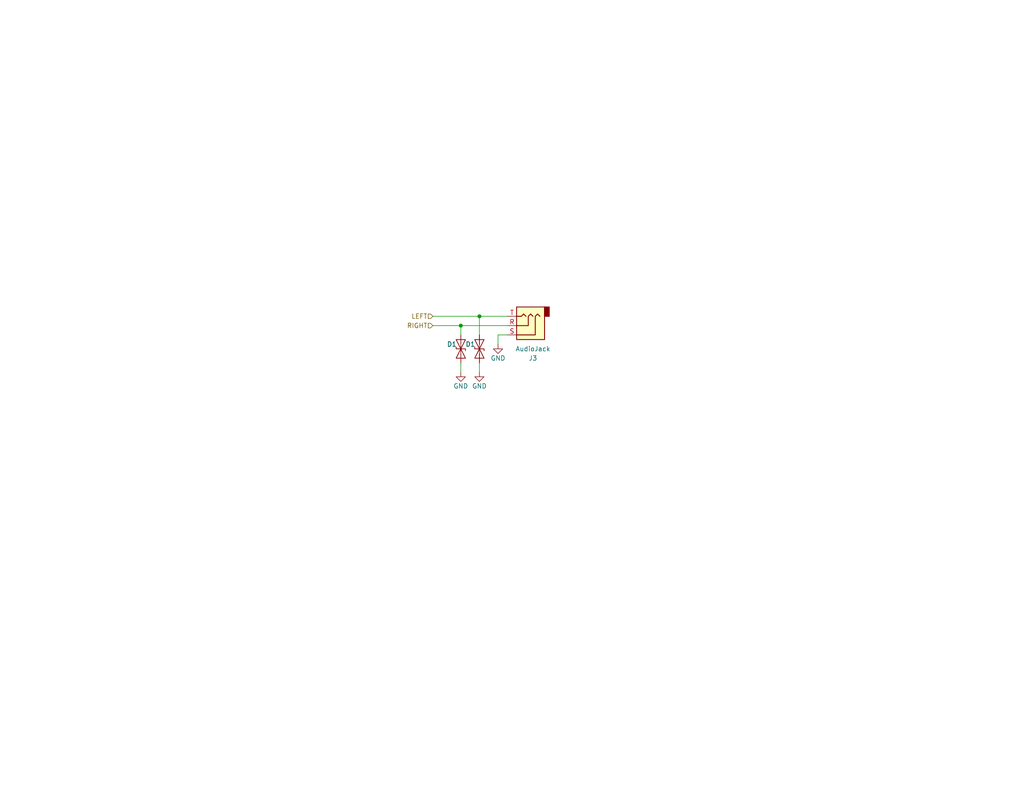
<source format=kicad_sch>
(kicad_sch (version 20230121) (generator eeschema)
  (paper "USLetter")
  (lib_symbols
    (symbol "Diode:ESD9B3.3ST5G" (pin_numbers hide) (pin_names (offset 1.016) hide)
      (property "Reference" "D" (at 0 2.54 0))
      (property "Value" "ESD9B3.3ST5G" (at 0 -2.54 0))
      (symbol "ESD9B3.3ST5G_0_1"
        (polyline (pts (xy 1.27 0) (xy -1.27 0)))
        (polyline (pts (xy -2.54 -1.27) (xy 0 0) (xy -2.54 1.27) (xy -2.54 -1.27)) (stroke (width 0.2032)))
        (polyline (pts (xy 0.508 1.27) (xy 0 1.27) (xy 0 -1.27) (xy -0.508 -1.27)) (stroke (width 0.2032)))
        (polyline (pts (xy 2.54 1.27) (xy 2.54 -1.27) (xy 0 0) (xy 2.54 1.27)) (stroke (width 0.2032)))
      )
      (symbol "ESD9B3.3ST5G_1_1"
        (pin passive line (at -3.81 0 0) (length 2.54) (name "A1") (number "1"))
        (pin passive line (at 3.81 0 180) (length 2.54) (name "A2") (number "2"))
      )
    )
    (symbol "Turaco:AudioJack3"
      (property "Reference" "J" (at 0 8.89 0))
      (property "Value" "AudioJack3" (at 0 6.35 0))
      (symbol "AudioJack3_0_1"
        (rectangle (start -5.08 -5.08) (end -6.35 -2.54) (stroke (width 0.254)) (fill (type outline)))
        (polyline (pts (xy 0 -2.54) (xy 0.635 -3.175) (xy 1.27 -2.54) (xy 2.54 -2.54)) (stroke (width 0.254)))
        (polyline (pts (xy -1.905 -2.54) (xy -1.27 -3.175) (xy -0.635 -2.54) (xy -0.635 0) (xy 2.54 0)) (stroke (width 0.254)))
        (polyline (pts (xy 2.54 2.54) (xy -2.54 2.54) (xy -2.54 -2.54) (xy -3.175 -3.175) (xy -3.81 -2.54)) (stroke (width 0.254)))
        (rectangle (start 2.54 3.81) (end -5.08 -5.08) (stroke (width 0.254)) (fill (type background)))
      )
      (symbol "AudioJack3_1_1"
        (pin passive line (at 5.08 0 180) (length 2.54) (name "~") (number "R"))
        (pin passive line (at 5.08 2.54 180) (length 2.54) (name "~") (number "S"))
        (pin passive line (at 5.08 -2.54 180) (length 2.54) (name "~") (number "T"))
      )
    )
    (symbol "power:GND" (power) (pin_names (offset 0))
      (property "Value" "GND" (at 0 -3.81 0))
      (symbol "GND_0_1"
        (polyline (pts (xy 0 0) (xy 0 -1.27) (xy 1.27 -1.27) (xy 0 -2.54) (xy -1.27 -1.27) (xy 0 -1.27)))
      )
      (symbol "GND_1_1"
        (pin power_in line (at 0 0 270) (length 0) hide (name "GND") (number "1"))
      )
    )
  )
  (junction (at 130.81 86.36))
  (junction (at 125.73 88.9))
  (wire (pts (xy 130.81 86.36) (xy 138.43 86.36)))
  (wire (pts (xy 135.89 91.44) (xy 138.43 91.44)))
  (wire (pts (xy 125.73 99.06) (xy 125.73 101.6)))
  (wire (pts (xy 135.89 91.44) (xy 135.89 93.98)))
  (wire (pts (xy 130.81 99.06) (xy 130.81 101.6)))
  (wire (pts (xy 118.11 88.9) (xy 125.73 88.9)))
  (wire (pts (xy 125.73 88.9) (xy 138.43 88.9)))
  (wire (pts (xy 118.11 86.36) (xy 130.81 86.36)))
  (wire (pts (xy 130.81 86.36) (xy 130.81 91.44)))
  (wire (pts (xy 125.73 88.9) (xy 125.73 91.44)))
  (hierarchical_label "LEFT" (shape input) (at 118.11 86.36 180))
  (hierarchical_label "RIGHT" (shape input) (at 118.11 88.9 180))
  (symbol (lib_id "power:GND") (at 135.89 93.98 0) (unit 1)
    (property "Reference" "#PWR057" (effects hide))
    (property "Value" "GND" (at 135.89 97.79 0))
    (instances (project "Revision 2" (path "" (reference "#PWR057") (unit 1)) (path "" (reference "#PWR0132") (unit 1))))
  )
  (symbol (lib_id "Diode:ESD9B3.3ST5G") (at 125.73 95.25 270) (unit 1)
    (property "Reference" "D1" (at 121.92 93.9799 90) (effects (justify left)))
    (property "Value" "ESD9B3.3ST5G" (effects hide))
    (property "Footprint" "Diode_SMD:D_SOD-923" (effects hide))
    (property "Datasheet" "https://www.onsemi.com/pub/Collateral/ESD9B-D.PDF" (effects hide))
    (instances (project "Revision 2" (path "" (reference "D1") (unit 1)) (path "" (reference "D1") (unit 1)) (path "" (reference "D18") (unit 1)) (path "" (reference "D27") (unit 1)) (path "" (reference "D41") (unit 1))))
  )
  (symbol (lib_id "power:GND") (at 125.73 101.6 0) (unit 1)
    (property "Reference" "#PWR031" (effects hide))
    (property "Value" "GND" (at 125.73 105.41 0))
    (instances (project "Revision 2" (path "" (reference "#PWR031") (unit 1)) (path "" (reference "#PWR0154") (unit 1)) (path "" (reference "#PWR0168") (unit 1)) (path "" (reference "#PWR0177") (unit 1)) (path "" (reference "#PWR0191") (unit 1))))
  )
  (symbol (lib_id "power:GND") (at 130.81 101.6 0) (unit 1)
    (property "Reference" "#PWR031" (effects hide))
    (property "Value" "GND" (at 130.81 105.41 0))
    (instances (project "Revision 2" (path "" (reference "#PWR031") (unit 1)) (path "" (reference "#PWR0154") (unit 1)) (path "" (reference "#PWR0168") (unit 1)) (path "" (reference "#PWR0177") (unit 1)) (path "" (reference "#PWR0190") (unit 1))))
  )
  (symbol (lib_id "Turaco:AudioJack3") (at 143.51 88.9 180) (unit 1)
    (property "Reference" "J3" (at 145.415 97.79 0))
    (property "Value" "AudioJack" (at 145.415 95.25 0))
    (instances (project "Revision 2" (path "" (reference "J3") (unit 1)) (path "" (reference "J8") (unit 1))))
  )
  (symbol (lib_id "Diode:ESD9B3.3ST5G") (at 130.81 95.25 270) (unit 1)
    (property "Reference" "D1" (at 127 93.9799 90) (effects (justify left)))
    (property "Value" "ESD9B3.3ST5G" (effects hide))
    (property "Footprint" "Diode_SMD:D_SOD-923" (effects hide))
    (property "Datasheet" "https://www.onsemi.com/pub/Collateral/ESD9B-D.PDF" (effects hide))
    (instances (project "Revision 2" (path "" (reference "D1") (unit 1)) (path "" (reference "D1") (unit 1)) (path "" (reference "D18") (unit 1)) (path "" (reference "D27") (unit 1)) (path "" (reference "D40") (unit 1))))
  )
)
</source>
